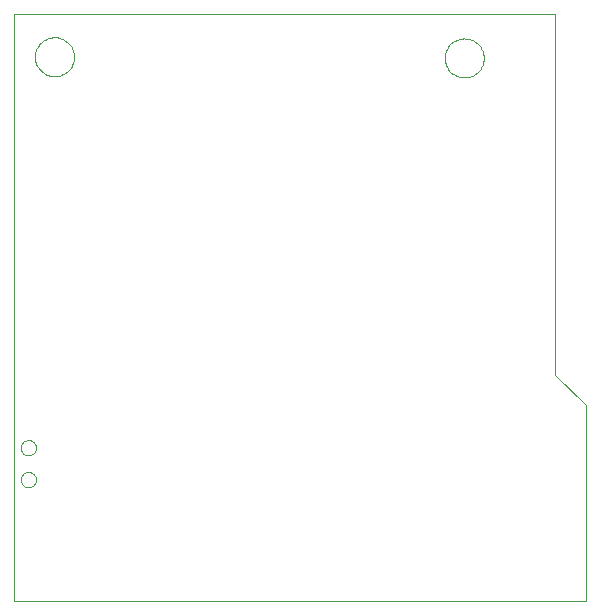
<source format=gbp>
G75*
G70*
%OFA0B0*%
%FSLAX24Y24*%
%IPPOS*%
%LPD*%
%AMOC8*
5,1,8,0,0,1.08239X$1,22.5*
%
%ADD10C,0.0000*%
D10*
X002631Y002862D02*
X002631Y022429D01*
X020662Y022429D01*
X020662Y010421D01*
X021686Y009398D01*
X021686Y002862D01*
X002631Y002862D01*
X002847Y006917D02*
X002849Y006948D01*
X002855Y006979D01*
X002864Y007009D01*
X002877Y007038D01*
X002894Y007065D01*
X002914Y007089D01*
X002936Y007111D01*
X002962Y007130D01*
X002989Y007146D01*
X003018Y007158D01*
X003048Y007167D01*
X003079Y007172D01*
X003111Y007173D01*
X003142Y007170D01*
X003173Y007163D01*
X003203Y007153D01*
X003231Y007139D01*
X003257Y007121D01*
X003281Y007101D01*
X003302Y007077D01*
X003321Y007052D01*
X003336Y007024D01*
X003347Y006995D01*
X003355Y006964D01*
X003359Y006933D01*
X003359Y006901D01*
X003355Y006870D01*
X003347Y006839D01*
X003336Y006810D01*
X003321Y006782D01*
X003302Y006757D01*
X003281Y006733D01*
X003257Y006713D01*
X003231Y006695D01*
X003203Y006681D01*
X003173Y006671D01*
X003142Y006664D01*
X003111Y006661D01*
X003079Y006662D01*
X003048Y006667D01*
X003018Y006676D01*
X002989Y006688D01*
X002962Y006704D01*
X002936Y006723D01*
X002914Y006745D01*
X002894Y006769D01*
X002877Y006796D01*
X002864Y006825D01*
X002855Y006855D01*
X002849Y006886D01*
X002847Y006917D01*
X002847Y007980D02*
X002849Y008011D01*
X002855Y008042D01*
X002864Y008072D01*
X002877Y008101D01*
X002894Y008128D01*
X002914Y008152D01*
X002936Y008174D01*
X002962Y008193D01*
X002989Y008209D01*
X003018Y008221D01*
X003048Y008230D01*
X003079Y008235D01*
X003111Y008236D01*
X003142Y008233D01*
X003173Y008226D01*
X003203Y008216D01*
X003231Y008202D01*
X003257Y008184D01*
X003281Y008164D01*
X003302Y008140D01*
X003321Y008115D01*
X003336Y008087D01*
X003347Y008058D01*
X003355Y008027D01*
X003359Y007996D01*
X003359Y007964D01*
X003355Y007933D01*
X003347Y007902D01*
X003336Y007873D01*
X003321Y007845D01*
X003302Y007820D01*
X003281Y007796D01*
X003257Y007776D01*
X003231Y007758D01*
X003203Y007744D01*
X003173Y007734D01*
X003142Y007727D01*
X003111Y007724D01*
X003079Y007725D01*
X003048Y007730D01*
X003018Y007739D01*
X002989Y007751D01*
X002962Y007767D01*
X002936Y007786D01*
X002914Y007808D01*
X002894Y007832D01*
X002877Y007859D01*
X002864Y007888D01*
X002855Y007918D01*
X002849Y007949D01*
X002847Y007980D01*
X003319Y021012D02*
X003321Y021062D01*
X003327Y021112D01*
X003337Y021162D01*
X003350Y021210D01*
X003367Y021258D01*
X003388Y021304D01*
X003412Y021348D01*
X003440Y021390D01*
X003471Y021430D01*
X003505Y021467D01*
X003542Y021502D01*
X003581Y021533D01*
X003622Y021562D01*
X003666Y021587D01*
X003712Y021609D01*
X003759Y021627D01*
X003807Y021641D01*
X003856Y021652D01*
X003906Y021659D01*
X003956Y021662D01*
X004007Y021661D01*
X004057Y021656D01*
X004107Y021647D01*
X004155Y021635D01*
X004203Y021618D01*
X004249Y021598D01*
X004294Y021575D01*
X004337Y021548D01*
X004377Y021518D01*
X004415Y021485D01*
X004450Y021449D01*
X004483Y021410D01*
X004512Y021369D01*
X004538Y021326D01*
X004561Y021281D01*
X004580Y021234D01*
X004595Y021186D01*
X004607Y021137D01*
X004615Y021087D01*
X004619Y021037D01*
X004619Y020987D01*
X004615Y020937D01*
X004607Y020887D01*
X004595Y020838D01*
X004580Y020790D01*
X004561Y020743D01*
X004538Y020698D01*
X004512Y020655D01*
X004483Y020614D01*
X004450Y020575D01*
X004415Y020539D01*
X004377Y020506D01*
X004337Y020476D01*
X004294Y020449D01*
X004249Y020426D01*
X004203Y020406D01*
X004155Y020389D01*
X004107Y020377D01*
X004057Y020368D01*
X004007Y020363D01*
X003956Y020362D01*
X003906Y020365D01*
X003856Y020372D01*
X003807Y020383D01*
X003759Y020397D01*
X003712Y020415D01*
X003666Y020437D01*
X003622Y020462D01*
X003581Y020491D01*
X003542Y020522D01*
X003505Y020557D01*
X003471Y020594D01*
X003440Y020634D01*
X003412Y020676D01*
X003388Y020720D01*
X003367Y020766D01*
X003350Y020814D01*
X003337Y020862D01*
X003327Y020912D01*
X003321Y020962D01*
X003319Y021012D01*
X016981Y020973D02*
X016983Y021023D01*
X016989Y021073D01*
X016999Y021123D01*
X017012Y021171D01*
X017029Y021219D01*
X017050Y021265D01*
X017074Y021309D01*
X017102Y021351D01*
X017133Y021391D01*
X017167Y021428D01*
X017204Y021463D01*
X017243Y021494D01*
X017284Y021523D01*
X017328Y021548D01*
X017374Y021570D01*
X017421Y021588D01*
X017469Y021602D01*
X017518Y021613D01*
X017568Y021620D01*
X017618Y021623D01*
X017669Y021622D01*
X017719Y021617D01*
X017769Y021608D01*
X017817Y021596D01*
X017865Y021579D01*
X017911Y021559D01*
X017956Y021536D01*
X017999Y021509D01*
X018039Y021479D01*
X018077Y021446D01*
X018112Y021410D01*
X018145Y021371D01*
X018174Y021330D01*
X018200Y021287D01*
X018223Y021242D01*
X018242Y021195D01*
X018257Y021147D01*
X018269Y021098D01*
X018277Y021048D01*
X018281Y020998D01*
X018281Y020948D01*
X018277Y020898D01*
X018269Y020848D01*
X018257Y020799D01*
X018242Y020751D01*
X018223Y020704D01*
X018200Y020659D01*
X018174Y020616D01*
X018145Y020575D01*
X018112Y020536D01*
X018077Y020500D01*
X018039Y020467D01*
X017999Y020437D01*
X017956Y020410D01*
X017911Y020387D01*
X017865Y020367D01*
X017817Y020350D01*
X017769Y020338D01*
X017719Y020329D01*
X017669Y020324D01*
X017618Y020323D01*
X017568Y020326D01*
X017518Y020333D01*
X017469Y020344D01*
X017421Y020358D01*
X017374Y020376D01*
X017328Y020398D01*
X017284Y020423D01*
X017243Y020452D01*
X017204Y020483D01*
X017167Y020518D01*
X017133Y020555D01*
X017102Y020595D01*
X017074Y020637D01*
X017050Y020681D01*
X017029Y020727D01*
X017012Y020775D01*
X016999Y020823D01*
X016989Y020873D01*
X016983Y020923D01*
X016981Y020973D01*
M02*

</source>
